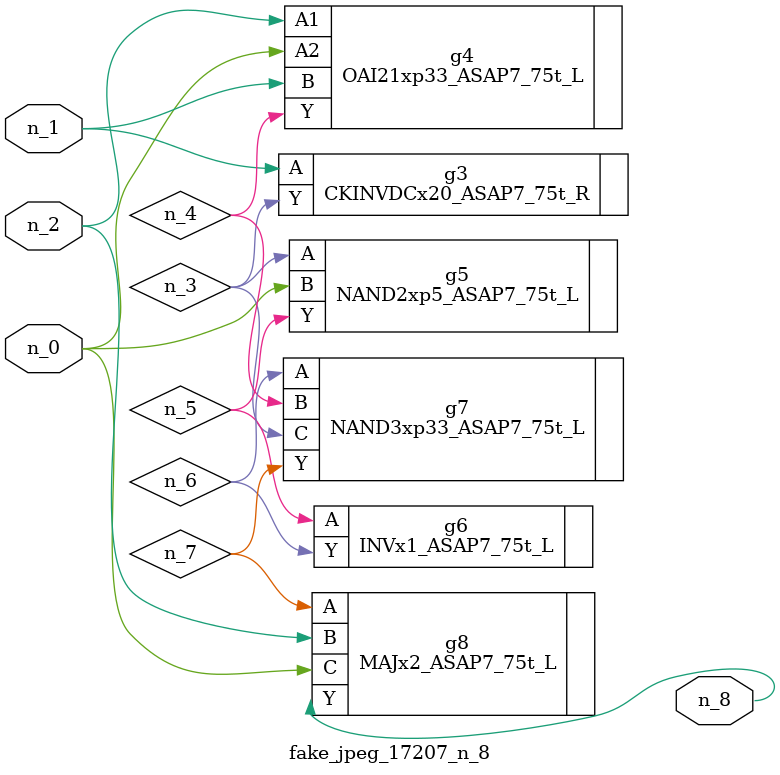
<source format=v>
module fake_jpeg_17207_n_8 (n_0, n_2, n_1, n_8);

input n_0;
input n_2;
input n_1;

output n_8;

wire n_3;
wire n_4;
wire n_6;
wire n_5;
wire n_7;

CKINVDCx20_ASAP7_75t_R g3 ( 
.A(n_1),
.Y(n_3)
);

OAI21xp33_ASAP7_75t_L g4 ( 
.A1(n_2),
.A2(n_0),
.B(n_1),
.Y(n_4)
);

NAND2xp5_ASAP7_75t_L g5 ( 
.A(n_3),
.B(n_0),
.Y(n_5)
);

INVx1_ASAP7_75t_L g6 ( 
.A(n_5),
.Y(n_6)
);

NAND3xp33_ASAP7_75t_L g7 ( 
.A(n_6),
.B(n_4),
.C(n_3),
.Y(n_7)
);

MAJx2_ASAP7_75t_L g8 ( 
.A(n_7),
.B(n_2),
.C(n_0),
.Y(n_8)
);


endmodule
</source>
